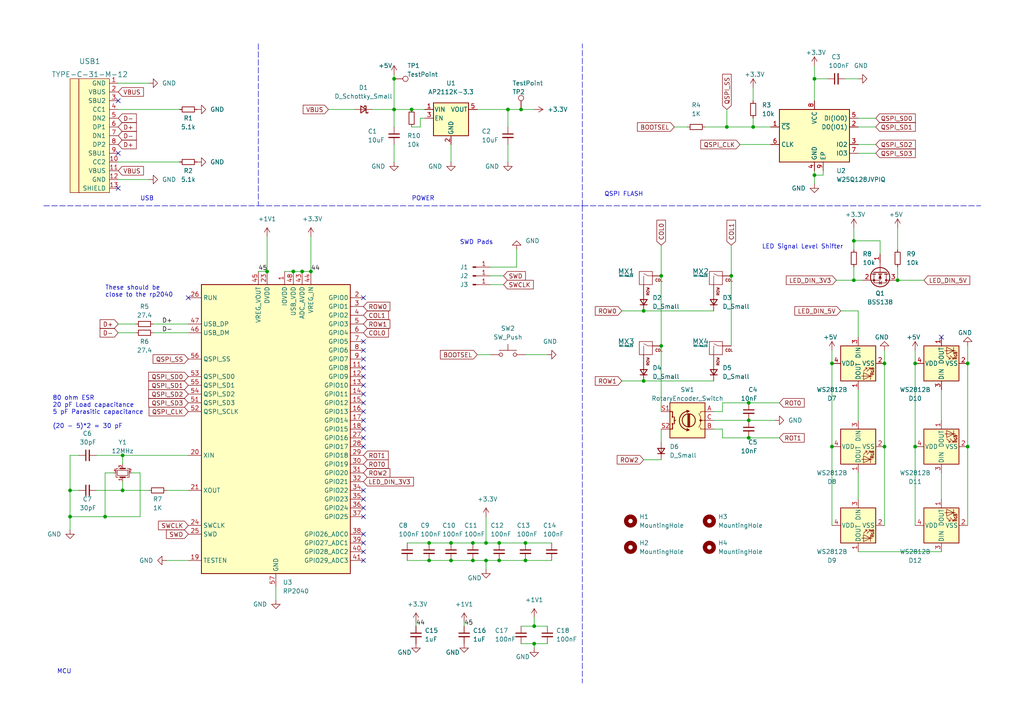
<source format=kicad_sch>
(kicad_sch (version 20211123) (generator eeschema)
  (paper "A4")
  (lib_symbols
    (symbol "Connector:Conn_01x01_Male" (pin_names (offset 1.016) hide)
      (property "Reference" "J" (at 0 2.54 0))
      (property "Value" "Conn_01x01_Male" (at 0 -2.54 0))
      (symbol "Conn_01x01_Male_1_1"
        (pin passive line (at 5.08 0 180) (length 3.81) (name "Pin_1") (number "1"))
      )
    )
    (symbol "Connector:TestPoint" (pin_numbers hide) (pin_names (offset 0.762) hide)
      (property "Reference" "TP" (at 0 6.858 0))
      (property "Value" "TestPoint" (at 0 5.08 0))
      (symbol "TestPoint_1_1"
        (pin passive line (at 0 0 90) (length 2.54) (name "1") (number "1"))
      )
    )
    (symbol "Device:C_Small" (pin_numbers hide) (pin_names (offset 0.254) hide)
      (property "Reference" "C" (at 0.254 1.778 0))
      (property "Value" "C_Small" (at 0.254 -2.032 0))
      (symbol "C_Small_1_1"
        (pin passive line (at 0 2.54 270) (length 2.032) (name "~") (number "1"))
        (pin passive line (at 0 -2.54 90) (length 2.032) (name "~") (number "2"))
      )
    )
    (symbol "Device:Crystal_GND24_Small" (pin_names (offset 1.016) hide)
      (property "Reference" "Y" (at 1.27 4.445 0))
      (property "Value" "Crystal_GND24_Small" (at 1.27 2.54 0))
      (symbol "Crystal_GND24_Small_1_1"
        (pin passive line (at -2.54 0 0) (length 1.27) (name "1") (number "1"))
        (pin passive line (at 0 -2.54 90) (length 0.635) (name "2") (number "2"))
        (pin passive line (at 2.54 0 180) (length 1.27) (name "3") (number "3"))
        (pin passive line (at 0 2.54 270) (length 0.635) (name "4") (number "4"))
      )
    )
    (symbol "Device:D_Schottky_Small" (pin_numbers hide) (pin_names (offset 0.254) hide)
      (property "Reference" "D" (at -1.27 2.032 0))
      (property "Value" "D_Schottky_Small" (at -7.112 -2.032 0))
      (symbol "D_Schottky_Small_1_1"
        (pin passive line (at -2.54 0 0) (length 1.778) (name "K") (number "1"))
        (pin passive line (at 2.54 0 180) (length 1.778) (name "A") (number "2"))
      )
    )
    (symbol "Device:D_Small" (pin_numbers hide) (pin_names (offset 0.254) hide)
      (property "Reference" "D" (at -1.27 2.032 0))
      (property "Value" "D_Small" (at -3.81 -2.032 0))
      (symbol "D_Small_1_1"
        (pin passive line (at -2.54 0 0) (length 1.778) (name "K") (number "1"))
        (pin passive line (at 2.54 0 180) (length 1.778) (name "A") (number "2"))
      )
    )
    (symbol "Device:R_Small" (pin_numbers hide) (pin_names (offset 0.254) hide)
      (property "Reference" "R" (at 0.762 0.508 0))
      (property "Value" "R_Small" (at 0.762 -1.016 0))
      (symbol "R_Small_1_1"
        (pin passive line (at 0 2.54 270) (length 0.762) (name "~") (number "1"))
        (pin passive line (at 0 -2.54 90) (length 0.762) (name "~") (number "2"))
      )
    )
    (symbol "Device:RotaryEncoder_Switch" (pin_names (offset 0.254) hide)
      (property "Reference" "SW" (at 0 6.604 0))
      (property "Value" "RotaryEncoder_Switch" (at 0 -6.604 0))
      (symbol "RotaryEncoder_Switch_1_1"
        (pin passive line (at -7.62 2.54 0) (length 2.54) (name "A") (number "A"))
        (pin passive line (at -7.62 -2.54 0) (length 2.54) (name "B") (number "B"))
        (pin passive line (at -7.62 0 0) (length 2.54) (name "C") (number "C"))
        (pin passive line (at 7.62 2.54 180) (length 2.54) (name "S1") (number "S1"))
        (pin passive line (at 7.62 -2.54 180) (length 2.54) (name "S2") (number "S2"))
      )
    )
    (symbol "GND_10" (power) (pin_names (offset 0))
      (property "Value" "GND_10" (at 0 -3.81 0))
      (symbol "GND_10_1_1"
        (pin power_in line (at 0 0 270) (length 0) hide (name "GND") (number "1"))
      )
    )
    (symbol "GND_3" (power) (pin_names (offset 0))
      (property "Value" "GND_3" (at 0 -3.81 0))
      (symbol "GND_3_1_1"
        (pin power_in line (at 0 0 270) (length 0) hide (name "GND") (number "1"))
      )
    )
    (symbol "GND_8" (power) (pin_names (offset 0))
      (property "Value" "GND_8" (at 0 -3.81 0))
      (symbol "GND_8_1_1"
        (pin power_in line (at 0 0 270) (length 0) hide (name "GND") (number "1"))
      )
    )
    (symbol "GND_9" (power) (pin_names (offset 0))
      (property "Value" "GND_9" (at 0 -3.81 0))
      (symbol "GND_9_1_1"
        (pin power_in line (at 0 0 270) (length 0) hide (name "GND") (number "1"))
      )
    )
    (symbol "LED:WS2812B_JLC" (pin_names (offset 0.254))
      (property "Reference" "D" (at 5.08 5.715 0))
      (property "Value" "WS2812B_JLC" (at 1.27 -5.715 0))
      (property "Footprint" "LED_SMD:LED_WS2812B_PLCC4_5.0x5.0mm_P3.2mm" (at 1.27 -7.62 0))
      (symbol "WS2812B_JLC_0_0"
        (text "RGB" (at 2.286 -4.191 0) (effects (font (size 0.762 0.762))))
      )
      (symbol "WS2812B_JLC_1_1"
        (pin output line (at 7.62 0 180) (length 2.54) (name "DOUT") (number "1"))
        (pin power_in line (at 0 -7.62 90) (length 2.54) (name "VSS") (number "2"))
        (pin input line (at -7.62 0 0) (length 2.54) (name "DIN") (number "3"))
        (pin power_in line (at 0 7.62 270) (length 2.54) (name "VDD") (number "4"))
      )
    )
    (symbol "MX_Alps_Hybrid:MX-NoLED" (pin_names (offset 1.016))
      (property "Reference" "MX" (at -0.635 3.81 0))
      (property "Value" "MX-NoLED" (at -0.635 1.27 0))
      (symbol "MX-NoLED_0_0"
        (text "COL" (at 3.175 0 0) (effects (font (size 0.762 0.762))))
        (text "ROW" (at 0 -1.905 900) (effects (font (size 0.762 0.762)) (justify right)))
      )
      (symbol "MX-NoLED_1_1"
        (pin passive line (at 3.81 1.27 180) (length 2.54) (name "COL") (number "1"))
        (pin passive line (at -1.27 -3.81 90) (length 2.54) (name "ROW") (number "2"))
      )
    )
    (symbol "Mechanical:MountingHole" (pin_names (offset 1.016))
      (property "Reference" "H" (at 0 5.08 0))
      (property "Value" "MountingHole" (at 0 3.175 0))
    )
    (symbol "Memory_Flash:W25Q32JVZP"
      (property "Reference" "U" (at -8.89 8.89 0))
      (property "Value" "W25Q32JVZP" (at 7.62 8.89 0))
      (symbol "W25Q32JVZP_1_1"
        (pin input line (at -12.7 2.54 0) (length 2.54) (name "~{CS}") (number "1"))
        (pin bidirectional line (at 12.7 2.54 180) (length 2.54) (name "DO(IO1)") (number "2"))
        (pin bidirectional line (at 12.7 -2.54 180) (length 2.54) (name "IO2") (number "3"))
        (pin power_in line (at 0 -10.16 90) (length 2.54) (name "GND") (number "4"))
        (pin bidirectional line (at 12.7 5.08 180) (length 2.54) (name "DI(IO0)") (number "5"))
        (pin input line (at -12.7 -2.54 0) (length 2.54) (name "CLK") (number "6"))
        (pin bidirectional line (at 12.7 -5.08 180) (length 2.54) (name "IO3") (number "7"))
        (pin power_in line (at 0 10.16 270) (length 2.54) (name "VCC") (number "8"))
        (pin passive line (at 2.54 -10.16 90) (length 2.54) (name "EP") (number "9"))
      )
    )
    (symbol "Regulator_Linear:AP2112K-3.3" (pin_names (offset 0.254))
      (property "Reference" "U" (at -5.08 5.715 0))
      (property "Value" "AP2112K-3.3" (at 0 5.715 0))
      (symbol "AP2112K-3.3_1_1"
        (pin power_in line (at -7.62 2.54 0) (length 2.54) (name "VIN") (number "1"))
        (pin power_in line (at 0 -7.62 90) (length 2.54) (name "GND") (number "2"))
        (pin input line (at -7.62 0 0) (length 2.54) (name "EN") (number "3"))
        (pin no_connect line (at 5.08 0 180) (length 2.54) hide (name "NC") (number "4"))
        (pin power_out line (at 7.62 2.54 180) (length 2.54) (name "VOUT") (number "5"))
      )
    )
    (symbol "Switch:SW_Push" (pin_numbers hide) (pin_names (offset 1.016) hide)
      (property "Reference" "SW" (at 1.27 2.54 0))
      (property "Value" "SW_Push" (at 0 -1.524 0))
      (symbol "SW_Push_0_1"
        (pin passive line (at -5.08 0 0) (length 2.54) (name "1") (number "1"))
        (pin passive line (at 5.08 0 180) (length 2.54) (name "2") (number "2"))
      )
    )
    (symbol "Transistor_FET:BSS138" (pin_names hide)
      (property "Reference" "Q" (at 5.08 1.905 0))
      (property "Value" "BSS138" (at 5.08 0 0))
      (symbol "BSS138_1_1"
        (pin input line (at -5.08 0 0) (length 2.54) (name "G") (number "1"))
        (pin passive line (at 2.54 -5.08 90) (length 2.54) (name "S") (number "2"))
        (pin passive line (at 2.54 5.08 270) (length 2.54) (name "D") (number "3"))
      )
    )
    (symbol "Type-C:HRO-TYPE-C-31-M-12" (pin_names (offset 1.016))
      (property "Reference" "USB" (at -5.08 16.51 0))
      (property "Value" "HRO-TYPE-C-31-M-12" (at -10.16 -1.27 90))
      (symbol "HRO-TYPE-C-31-M-12_1_1"
        (pin input line (at 2.54 13.97 180) (length 2.54) (name "GND") (number "1"))
        (pin input line (at 2.54 -8.89 180) (length 2.54) (name "CC2") (number "10"))
        (pin input line (at 2.54 -11.43 180) (length 2.54) (name "VBUS") (number "11"))
        (pin input line (at 2.54 -13.97 180) (length 2.54) (name "GND") (number "12"))
        (pin input line (at 2.54 -16.51 180) (length 2.54) (name "SHIELD") (number "13"))
        (pin input line (at 2.54 11.43 180) (length 2.54) (name "VBUS") (number "2"))
        (pin input line (at 2.54 8.89 180) (length 2.54) (name "SBU2") (number "3"))
        (pin input line (at 2.54 6.35 180) (length 2.54) (name "CC1") (number "4"))
        (pin input line (at 2.54 3.81 180) (length 2.54) (name "DN2") (number "5"))
        (pin input line (at 2.54 1.27 180) (length 2.54) (name "DP1") (number "6"))
        (pin input line (at 2.54 -1.27 180) (length 2.54) (name "DN1") (number "7"))
        (pin input line (at 2.54 -3.81 180) (length 2.54) (name "DP2") (number "8"))
        (pin input line (at 2.54 -6.35 180) (length 2.54) (name "SBU1") (number "9"))
      )
    )
    (symbol "power:+1V1" (power) (pin_names (offset 0))
      (property "Value" "+1V1" (at 0 3.556 0))
      (symbol "+1V1_1_1"
        (pin power_in line (at 0 0 90) (length 0) hide (name "+1V1") (number "1"))
      )
    )
    (symbol "power:+3.3V" (power) (pin_names (offset 0))
      (property "Value" "+3.3V" (at 0 3.556 0))
      (symbol "+3.3V_1_1"
        (pin power_in line (at 0 0 90) (length 0) hide (name "+3.3V") (number "1"))
      )
    )
    (symbol "power:+5V" (power) (pin_names (offset 0))
      (property "Value" "+5V" (at 0 3.556 0))
      (symbol "+5V_1_1"
        (pin power_in line (at 0 0 90) (length 0) hide (name "+5V") (number "1"))
      )
    )
    (symbol "power:GND" (power) (pin_names (offset 0))
      (property "Value" "GND" (at 0 -3.81 0))
      (symbol "GND_1_1"
        (pin power_in line (at 0 0 270) (length 0) hide (name "GND") (number "1"))
      )
    )
    (symbol "rp2040:RP2040"
      (property "Reference" "U" (at 17.78 45.72 0))
      (property "Value" "RP2040" (at 17.78 43.18 0))
      (symbol "RP2040_1_1"
        (pin power_in line (at 2.54 45.72 270) (length 3.81) (name "IOVDD") (number "1"))
        (pin passive line (at 2.54 45.72 270) (length 3.81) hide (name "IOVDD") (number "10"))
        (pin bidirectional line (at 25.4 17.78 180) (length 3.81) (name "GPIO8") (number "11"))
        (pin bidirectional line (at 25.4 15.24 180) (length 3.81) (name "GPIO9") (number "12"))
        (pin bidirectional line (at 25.4 12.7 180) (length 3.81) (name "GPIO10") (number "13"))
        (pin bidirectional line (at 25.4 10.16 180) (length 3.81) (name "GPIO11") (number "14"))
        (pin bidirectional line (at 25.4 7.62 180) (length 3.81) (name "GPIO12") (number "15"))
        (pin bidirectional line (at 25.4 5.08 180) (length 3.81) (name "GPIO13") (number "16"))
        (pin bidirectional line (at 25.4 2.54 180) (length 3.81) (name "GPIO14") (number "17"))
        (pin bidirectional line (at 25.4 0 180) (length 3.81) (name "GPIO15") (number "18"))
        (pin input line (at -25.4 -38.1 0) (length 3.81) (name "TESTEN") (number "19"))
        (pin bidirectional line (at 25.4 38.1 180) (length 3.81) (name "GPIO0") (number "2"))
        (pin input line (at -25.4 -7.62 0) (length 3.81) (name "XIN") (number "20"))
        (pin passive line (at -25.4 -17.78 0) (length 3.81) (name "XOUT") (number "21"))
        (pin passive line (at 2.54 45.72 270) (length 3.81) hide (name "IOVDD") (number "22"))
        (pin power_in line (at -2.54 45.72 270) (length 3.81) (name "DVDD") (number "23"))
        (pin output line (at -25.4 -27.94 0) (length 3.81) (name "SWCLK") (number "24"))
        (pin bidirectional line (at -25.4 -30.48 0) (length 3.81) (name "SWD") (number "25"))
        (pin input line (at -25.4 38.1 0) (length 3.81) (name "RUN") (number "26"))
        (pin bidirectional line (at 25.4 -2.54 180) (length 3.81) (name "GPIO16") (number "27"))
        (pin bidirectional line (at 25.4 -5.08 180) (length 3.81) (name "GPIO17") (number "28"))
        (pin bidirectional line (at 25.4 -7.62 180) (length 3.81) (name "GPIO18") (number "29"))
        (pin bidirectional line (at 25.4 35.56 180) (length 3.81) (name "GPIO1") (number "3"))
        (pin bidirectional line (at 25.4 -10.16 180) (length 3.81) (name "GPIO19") (number "30"))
        (pin bidirectional line (at 25.4 -12.7 180) (length 3.81) (name "GPIO20") (number "31"))
        (pin bidirectional line (at 25.4 -15.24 180) (length 3.81) (name "GPIO21") (number "32"))
        (pin passive line (at 2.54 45.72 270) (length 3.81) hide (name "IOVDD") (number "33"))
        (pin bidirectional line (at 25.4 -17.78 180) (length 3.81) (name "GPIO22") (number "34"))
        (pin bidirectional line (at 25.4 -20.32 180) (length 3.81) (name "GPIO23") (number "35"))
        (pin bidirectional line (at 25.4 -22.86 180) (length 3.81) (name "GPIO24") (number "36"))
        (pin bidirectional line (at 25.4 -25.4 180) (length 3.81) (name "GPIO25") (number "37"))
        (pin bidirectional line (at 25.4 -30.48 180) (length 3.81) (name "GPIO26_ADC0") (number "38"))
        (pin bidirectional line (at 25.4 -33.02 180) (length 3.81) (name "GPIO27_ADC1") (number "39"))
        (pin bidirectional line (at 25.4 33.02 180) (length 3.81) (name "GPIO2") (number "4"))
        (pin bidirectional line (at 25.4 -35.56 180) (length 3.81) (name "GPIO28_ADC2") (number "40"))
        (pin bidirectional line (at 25.4 -38.1 180) (length 3.81) (name "GPIO29_ADC3") (number "41"))
        (pin passive line (at 2.54 45.72 270) (length 3.81) hide (name "IOVDD") (number "42"))
        (pin power_in line (at 7.62 45.72 270) (length 3.81) (name "ADC_AVDD") (number "43"))
        (pin power_in line (at 10.16 45.72 270) (length 3.81) (name "VREG_IN") (number "44"))
        (pin power_out line (at -5.08 45.72 270) (length 3.81) (name "VREG_VOUT") (number "45"))
        (pin bidirectional line (at -25.4 27.94 0) (length 3.81) (name "USB_DM") (number "46"))
        (pin bidirectional line (at -25.4 30.48 0) (length 3.81) (name "USB_DP") (number "47"))
        (pin power_in line (at 5.08 45.72 270) (length 3.81) (name "USB_VDD") (number "48"))
        (pin passive line (at 2.54 45.72 270) (length 3.81) hide (name "IOVDD") (number "49"))
        (pin bidirectional line (at 25.4 30.48 180) (length 3.81) (name "GPIO3") (number "5"))
        (pin passive line (at -2.54 45.72 270) (length 3.81) hide (name "DVDD") (number "50"))
        (pin bidirectional line (at -25.4 7.62 0) (length 3.81) (name "QSPI_SD3") (number "51"))
        (pin output line (at -25.4 5.08 0) (length 3.81) (name "QSPI_SCLK") (number "52"))
        (pin bidirectional line (at -25.4 15.24 0) (length 3.81) (name "QSPI_SD0") (number "53"))
        (pin bidirectional line (at -25.4 10.16 0) (length 3.81) (name "QSPI_SD2") (number "54"))
        (pin bidirectional line (at -25.4 12.7 0) (length 3.81) (name "QSPI_SD1") (number "55"))
        (pin bidirectional line (at -25.4 20.32 0) (length 3.81) (name "QSPI_SS") (number "56"))
        (pin power_in line (at 0 -45.72 90) (length 3.81) (name "GND") (number "57"))
        (pin bidirectional line (at 25.4 27.94 180) (length 3.81) (name "GPIO4") (number "6"))
        (pin bidirectional line (at 25.4 25.4 180) (length 3.81) (name "GPIO5") (number "7"))
        (pin bidirectional line (at 25.4 22.86 180) (length 3.81) (name "GPIO6") (number "8"))
        (pin bidirectional line (at 25.4 20.32 180) (length 3.81) (name "GPIO7") (number "9"))
      )
    )
  )
  (junction (at 280.67 105.41))
  (junction (at 265.43 105.41))
  (junction (at 137.16 162.56))
  (junction (at 152.4 162.56))
  (junction (at 154.94 181.61))
  (junction (at 137.16 157.48))
  (junction (at 144.78 162.56))
  (junction (at 20.32 142.24))
  (junction (at 154.94 186.69))
  (junction (at 114.3 31.75))
  (junction (at 260.35 81.28))
  (junction (at 119.38 31.75))
  (junction (at 241.3 105.41))
  (junction (at 151.13 31.75))
  (junction (at 217.17 121.92))
  (junction (at 241.3 129.54))
  (junction (at 212.09 80.01))
  (junction (at 152.4 157.48))
  (junction (at 147.32 31.75))
  (junction (at 256.54 129.54))
  (junction (at 236.22 22.86))
  (junction (at 35.56 142.24))
  (junction (at 85.09 78.74))
  (junction (at 236.22 50.8))
  (junction (at 130.81 157.48))
  (junction (at 35.56 132.08))
  (junction (at 114.3 22.86))
  (junction (at 30.48 149.86))
  (junction (at 280.67 129.54))
  (junction (at 247.65 69.85))
  (junction (at 90.17 78.74))
  (junction (at 265.43 129.54))
  (junction (at 124.46 162.56))
  (junction (at 191.77 100.33))
  (junction (at 186.69 90.17))
  (junction (at 217.17 127))
  (junction (at 186.69 110.49))
  (junction (at 140.97 157.48))
  (junction (at 247.65 81.28))
  (junction (at 20.32 149.86))
  (junction (at 191.77 80.01))
  (junction (at 217.17 116.84))
  (junction (at 124.46 157.48))
  (junction (at 210.82 36.83))
  (junction (at 140.97 162.56))
  (junction (at 130.81 162.56))
  (junction (at 87.63 78.74))
  (junction (at 218.44 36.83))
  (junction (at 256.54 105.41))
  (junction (at 77.47 78.74))
  (junction (at 144.78 157.48))
  (no_connect (at 273.05 97.79))
  (no_connect (at 34.29 44.45))
  (no_connect (at 105.41 124.46))
  (no_connect (at 105.41 127))
  (no_connect (at 105.41 129.54))
  (no_connect (at 105.41 147.32))
  (no_connect (at 105.41 149.86))
  (no_connect (at 105.41 154.94))
  (no_connect (at 105.41 157.48))
  (no_connect (at 105.41 160.02))
  (no_connect (at 105.41 162.56))
  (no_connect (at 105.41 106.68))
  (no_connect (at 105.41 109.22))
  (no_connect (at 105.41 111.76))
  (no_connect (at 105.41 104.14))
  (no_connect (at 105.41 114.3))
  (no_connect (at 105.41 116.84))
  (no_connect (at 105.41 119.38))
  (no_connect (at 105.41 121.92))
  (no_connect (at 105.41 144.78))
  (no_connect (at 105.41 142.24))
  (no_connect (at 34.29 54.61))
  (no_connect (at 105.41 86.36))
  (no_connect (at 105.41 101.6))
  (no_connect (at 105.41 99.06))
  (no_connect (at 54.61 86.36))
  (no_connect (at 34.29 29.21))
  (wire (pts (xy 250.19 81.28) (xy 247.65 81.28)))
  (wire (pts (xy 48.26 162.56) (xy 54.61 162.56)))
  (wire (pts (xy 140.97 165.1) (xy 140.97 162.56)))
  (wire (pts (xy 217.17 121.92) (xy 207.01 121.92)))
  (wire (pts (xy 151.13 186.69) (xy 154.94 186.69)))
  (wire (pts (xy 209.55 116.84) (xy 217.17 116.84)))
  (wire (pts (xy 236.22 49.53) (xy 236.22 50.8)))
  (wire (pts (xy 248.92 36.83) (xy 254 36.83)))
  (wire (pts (xy 74.93 78.74) (xy 77.47 78.74)))
  (wire (pts (xy 280.67 105.41) (xy 280.67 129.54)))
  (wire (pts (xy 265.43 101.6) (xy 265.43 105.41)))
  (wire (pts (xy 256.54 129.54) (xy 256.54 152.4)))
  (wire (pts (xy 147.32 31.75) (xy 151.13 31.75)))
  (wire (pts (xy 20.32 132.08) (xy 20.32 142.24)))
  (wire (pts (xy 218.44 36.83) (xy 218.44 34.29)))
  (wire (pts (xy 191.77 80.01) (xy 191.77 100.33)))
  (wire (pts (xy 134.62 181.61) (xy 134.62 180.34)))
  (wire (pts (xy 248.92 160.02) (xy 273.05 160.02)))
  (wire (pts (xy 209.55 119.38) (xy 207.01 119.38)))
  (wire (pts (xy 142.24 80.01) (xy 146.05 80.01)))
  (wire (pts (xy 82.55 78.74) (xy 85.09 78.74)))
  (wire (pts (xy 256.54 105.41) (xy 256.54 129.54)))
  (wire (pts (xy 236.22 22.86) (xy 240.03 22.86)))
  (wire (pts (xy 265.43 129.54) (xy 265.43 152.4)))
  (wire (pts (xy 124.46 157.48) (xy 130.81 157.48)))
  (wire (pts (xy 273.05 113.03) (xy 273.05 121.92)))
  (wire (pts (xy 144.78 157.48) (xy 152.4 157.48)))
  (wire (pts (xy 243.84 90.17) (xy 248.92 90.17)))
  (wire (pts (xy 245.11 22.86) (xy 248.92 22.86)))
  (wire (pts (xy 224.79 121.92) (xy 217.17 121.92)))
  (wire (pts (xy 248.92 113.03) (xy 248.92 121.92)))
  (wire (pts (xy 35.56 142.24) (xy 27.94 142.24)))
  (wire (pts (xy 260.35 66.04) (xy 260.35 72.39)))
  (wire (pts (xy 280.67 129.54) (xy 280.67 152.4)))
  (wire (pts (xy 35.56 142.24) (xy 43.18 142.24)))
  (wire (pts (xy 154.94 179.07) (xy 154.94 181.61)))
  (wire (pts (xy 114.3 31.75) (xy 119.38 31.75)))
  (wire (pts (xy 154.94 181.61) (xy 158.75 181.61)))
  (wire (pts (xy 114.3 41.91) (xy 114.3 46.99)))
  (wire (pts (xy 247.65 69.85) (xy 247.65 72.39)))
  (wire (pts (xy 180.34 110.49) (xy 186.69 110.49)))
  (wire (pts (xy 34.29 52.07) (xy 43.18 52.07)))
  (wire (pts (xy 226.06 127) (xy 217.17 127)))
  (wire (pts (xy 85.09 78.74) (xy 87.63 78.74)))
  (wire (pts (xy 260.35 77.47) (xy 260.35 81.28)))
  (wire (pts (xy 119.38 31.75) (xy 123.19 31.75)))
  (wire (pts (xy 154.94 186.69) (xy 154.94 187.96)))
  (wire (pts (xy 152.4 157.48) (xy 160.02 157.48)))
  (wire (pts (xy 40.64 137.16) (xy 40.64 149.86)))
  (wire (pts (xy 212.09 80.01) (xy 212.09 100.33)))
  (wire (pts (xy 34.29 24.13) (xy 43.18 24.13)))
  (wire (pts (xy 260.35 81.28) (xy 267.97 81.28)))
  (wire (pts (xy 35.56 132.08) (xy 54.61 132.08)))
  (wire (pts (xy 137.16 162.56) (xy 140.97 162.56)))
  (polyline (pts (xy 74.93 12.7) (xy 74.93 59.69)))
  (wire (pts (xy 248.92 44.45) (xy 254 44.45)))
  (wire (pts (xy 149.86 77.47) (xy 149.86 72.39)))
  (wire (pts (xy 107.95 31.75) (xy 114.3 31.75)))
  (wire (pts (xy 247.65 69.85) (xy 255.27 69.85)))
  (wire (pts (xy 20.32 142.24) (xy 22.86 142.24)))
  (wire (pts (xy 241.3 101.6) (xy 241.3 105.41)))
  (wire (pts (xy 48.26 142.24) (xy 54.61 142.24)))
  (wire (pts (xy 214.63 41.91) (xy 223.52 41.91)))
  (wire (pts (xy 265.43 105.41) (xy 265.43 129.54)))
  (wire (pts (xy 119.38 36.83) (xy 121.92 36.83)))
  (wire (pts (xy 236.22 19.05) (xy 236.22 22.86)))
  (wire (pts (xy 40.64 149.86) (xy 30.48 149.86)))
  (wire (pts (xy 151.13 181.61) (xy 154.94 181.61)))
  (polyline (pts (xy 12.7 59.69) (xy 74.93 59.69)))
  (wire (pts (xy 207.01 124.46) (xy 209.55 124.46)))
  (wire (pts (xy 34.29 46.99) (xy 52.07 46.99)))
  (wire (pts (xy 204.47 36.83) (xy 210.82 36.83)))
  (wire (pts (xy 210.82 31.75) (xy 210.82 36.83)))
  (wire (pts (xy 124.46 162.56) (xy 130.81 162.56)))
  (wire (pts (xy 44.45 96.52) (xy 54.61 96.52)))
  (polyline (pts (xy 168.91 59.69) (xy 284.48 59.69)))
  (wire (pts (xy 241.3 129.54) (xy 241.3 152.4)))
  (wire (pts (xy 236.22 22.86) (xy 236.22 29.21)))
  (wire (pts (xy 273.05 137.16) (xy 273.05 144.78)))
  (wire (pts (xy 247.65 77.47) (xy 247.65 81.28)))
  (wire (pts (xy 142.24 82.55) (xy 146.05 82.55)))
  (wire (pts (xy 114.3 22.86) (xy 114.3 31.75)))
  (wire (pts (xy 123.19 34.29) (xy 121.92 34.29)))
  (wire (pts (xy 118.11 157.48) (xy 124.46 157.48)))
  (wire (pts (xy 20.32 142.24) (xy 20.32 149.86)))
  (wire (pts (xy 248.92 34.29) (xy 254 34.29)))
  (wire (pts (xy 209.55 124.46) (xy 209.55 127)))
  (wire (pts (xy 95.25 31.75) (xy 102.87 31.75)))
  (wire (pts (xy 180.34 90.17) (xy 186.69 90.17)))
  (wire (pts (xy 140.97 149.86) (xy 140.97 157.48)))
  (wire (pts (xy 152.4 162.56) (xy 160.02 162.56)))
  (wire (pts (xy 87.63 78.74) (xy 90.17 78.74)))
  (wire (pts (xy 77.47 68.58) (xy 77.47 78.74)))
  (wire (pts (xy 144.78 162.56) (xy 152.4 162.56)))
  (wire (pts (xy 34.29 93.98) (xy 39.37 93.98)))
  (wire (pts (xy 152.4 102.87) (xy 158.75 102.87)))
  (wire (pts (xy 20.32 149.86) (xy 30.48 149.86)))
  (wire (pts (xy 191.77 71.12) (xy 191.77 80.01)))
  (wire (pts (xy 186.69 90.17) (xy 207.01 90.17)))
  (wire (pts (xy 35.56 139.7) (xy 35.56 142.24)))
  (wire (pts (xy 256.54 101.6) (xy 256.54 105.41)))
  (polyline (pts (xy 74.93 59.69) (xy 168.91 59.69)))
  (wire (pts (xy 223.52 36.83) (xy 218.44 36.83)))
  (wire (pts (xy 236.22 50.8) (xy 236.22 53.34)))
  (wire (pts (xy 138.43 31.75) (xy 147.32 31.75)))
  (wire (pts (xy 137.16 157.48) (xy 140.97 157.48)))
  (wire (pts (xy 242.57 81.28) (xy 247.65 81.28)))
  (wire (pts (xy 255.27 69.85) (xy 255.27 73.66)))
  (wire (pts (xy 80.01 170.18) (xy 80.01 173.99)))
  (wire (pts (xy 142.24 77.47) (xy 149.86 77.47)))
  (wire (pts (xy 248.92 90.17) (xy 248.92 97.79)))
  (wire (pts (xy 114.3 31.75) (xy 114.3 36.83)))
  (wire (pts (xy 212.09 71.12) (xy 212.09 80.01)))
  (wire (pts (xy 140.97 162.56) (xy 144.78 162.56)))
  (wire (pts (xy 130.81 41.91) (xy 130.81 46.99)))
  (wire (pts (xy 120.65 180.34) (xy 120.65 181.61)))
  (wire (pts (xy 44.45 93.98) (xy 54.61 93.98)))
  (wire (pts (xy 114.3 21.59) (xy 114.3 22.86)))
  (wire (pts (xy 140.97 157.48) (xy 144.78 157.48)))
  (polyline (pts (xy 168.91 59.69) (xy 168.91 198.12)))
  (wire (pts (xy 209.55 119.38) (xy 209.55 116.84)))
  (wire (pts (xy 35.56 132.08) (xy 27.94 132.08)))
  (wire (pts (xy 90.17 68.58) (xy 90.17 78.74)))
  (wire (pts (xy 130.81 157.48) (xy 137.16 157.48)))
  (wire (pts (xy 34.29 96.52) (xy 39.37 96.52)))
  (wire (pts (xy 238.76 50.8) (xy 236.22 50.8)))
  (wire (pts (xy 248.92 41.91) (xy 254 41.91)))
  (wire (pts (xy 30.48 137.16) (xy 30.48 149.86)))
  (wire (pts (xy 191.77 100.33) (xy 191.77 119.38)))
  (wire (pts (xy 210.82 36.83) (xy 218.44 36.83)))
  (wire (pts (xy 38.1 137.16) (xy 40.64 137.16)))
  (wire (pts (xy 22.86 132.08) (xy 20.32 132.08)))
  (wire (pts (xy 130.81 162.56) (xy 137.16 162.56)))
  (wire (pts (xy 118.11 162.56) (xy 124.46 162.56)))
  (polyline (pts (xy 168.91 59.69) (xy 168.91 12.7)))
  (wire (pts (xy 247.65 66.04) (xy 247.65 69.85)))
  (wire (pts (xy 238.76 49.53) (xy 238.76 50.8)))
  (wire (pts (xy 209.55 127) (xy 217.17 127)))
  (wire (pts (xy 30.48 137.16) (xy 33.02 137.16)))
  (wire (pts (xy 35.56 134.62) (xy 35.56 132.08)))
  (wire (pts (xy 147.32 41.91) (xy 147.32 46.99)))
  (wire (pts (xy 154.94 186.69) (xy 158.75 186.69)))
  (wire (pts (xy 248.92 137.16) (xy 248.92 144.78)))
  (wire (pts (xy 121.92 34.29) (xy 121.92 36.83)))
  (wire (pts (xy 20.32 149.86) (xy 20.32 153.67)))
  (wire (pts (xy 191.77 124.46) (xy 191.77 128.27)))
  (wire (pts (xy 186.69 110.49) (xy 207.01 110.49)))
  (wire (pts (xy 147.32 31.75) (xy 147.32 36.83)))
  (wire (pts (xy 195.58 36.83) (xy 199.39 36.83)))
  (wire (pts (xy 280.67 100.33) (xy 280.67 105.41)))
  (wire (pts (xy 186.69 133.35) (xy 191.77 133.35)))
  (wire (pts (xy 241.3 105.41) (xy 241.3 129.54)))
  (wire (pts (xy 226.06 116.84) (xy 217.17 116.84)))
  (wire (pts (xy 34.29 31.75) (xy 52.07 31.75)))
  (wire (pts (xy 218.44 25.4) (xy 218.44 29.21)))
  (wire (pts (xy 151.13 31.75) (xy 154.94 31.75)))
  (wire (pts (xy 138.43 102.87) (xy 142.24 102.87)))
  (text "These should be \nclose to the rp2040" (at 30.48 86.36 0) (effects (font (size 1.27 1.27)) (justify left bottom)))
  (text "LED Signal Level Shifter" (at 220.98 72.39 0) (effects (font (size 1.27 1.27)) (justify left bottom)))
  (text "SWD Pads" (at 133.35 71.12 0) (effects (font (size 1.27 1.27)) (justify left bottom)))
  (text "80 ohm ESR\n20 pF Load capacitance\n5 pF Parasitic capacitance\n\n(20 - 5)*2 = 30 pF" (at 15.24 124.46 0) (effects (font (size 1.27 1.27)) (justify left bottom)))
  (text "POWER" (at 119.38 58.42 0) (effects (font (size 1.27 1.27)) (justify left bottom)))
  (text "QSPI FLASH" (at 175.26 57.15 0) (effects (font (size 1.27 1.27)) (justify left bottom)))
  (text "USB" (at 40.64 58.42 0) (effects (font (size 1.27 1.27)) (justify left bottom)))
  (text "MCU" (at 16.51 195.58 0) (effects (font (size 1.27 1.27)) (justify left bottom)))
  (label "44" (at 90.17 78.74 0))
  (label "45" (at 134.62 181.61 0))
  (label "D-" (at 46.99 96.52 0))
  (label "44" (at 120.65 181.61 0))
  (label "D+" (at 46.99 93.98 0))
  (label "45" (at 74.93 78.74 0))
  (global_label "D-" (shape input) (at 34.29 39.37 0) (property "Intersheet References" "${INTERSHEET_REFS}" (effects hide)))
  (global_label "QSPI_CLK" (shape input) (at 54.61 119.38 180) (property "Intersheet References" "${INTERSHEET_REFS}" (effects hide)))
  (global_label "SWD" (shape input) (at 146.05 80.01 0) (property "Intersheet References" "${INTERSHEET_REFS}" (effects hide)))
  (global_label "ROT0" (shape input) (at 226.06 116.84 0) (property "Intersheet References" "${INTERSHEET_REFS}" (effects hide)))
  (global_label "QSPI_SD1" (shape input) (at 254 36.83 0) (property "Intersheet References" "${INTERSHEET_REFS}" (effects hide)))
  (global_label "COL1" (shape input) (at 212.09 71.12 90) (property "Intersheet References" "${INTERSHEET_REFS}" (effects hide)))
  (global_label "ROT1" (shape input) (at 105.41 132.08 0) (property "Intersheet References" "${INTERSHEET_REFS}" (effects hide)))
  (global_label "ROW1" (shape input) (at 105.41 93.98 0) (property "Intersheet References" "${INTERSHEET_REFS}" (effects hide)))
  (global_label "QSPI_SD2" (shape input) (at 254 41.91 0) (property "Intersheet References" "${INTERSHEET_REFS}" (effects hide)))
  (global_label "ROW1" (shape input) (at 180.34 110.49 180) (property "Intersheet References" "${INTERSHEET_REFS}" (effects hide)))
  (global_label "LED_DIN_3V3" (shape input) (at 242.57 81.28 180) (property "Intersheet References" "${INTERSHEET_REFS}" (effects hide)))
  (global_label "QSPI_SD1" (shape input) (at 54.61 111.76 180) (property "Intersheet References" "${INTERSHEET_REFS}" (effects hide)))
  (global_label "SWCLK" (shape input) (at 54.61 152.4 180) (property "Intersheet References" "${INTERSHEET_REFS}" (effects hide)))
  (global_label "ROW2" (shape input) (at 186.69 133.35 180) (property "Intersheet References" "${INTERSHEET_REFS}" (effects hide)))
  (global_label "COL1" (shape input) (at 105.41 91.44 0) (property "Intersheet References" "${INTERSHEET_REFS}" (effects hide)))
  (global_label "ROW0" (shape input) (at 180.34 90.17 180) (property "Intersheet References" "${INTERSHEET_REFS}" (effects hide)))
  (global_label "ROW0" (shape input) (at 105.41 88.9 0) (property "Intersheet References" "${INTERSHEET_REFS}" (effects hide)))
  (global_label "ROW2" (shape input) (at 105.41 137.16 0) (property "Intersheet References" "${INTERSHEET_REFS}" (effects hide)))
  (global_label "COL0" (shape input) (at 105.41 96.52 0) (property "Intersheet References" "${INTERSHEET_REFS}" (effects hide)))
  (global_label "SWCLK" (shape input) (at 146.05 82.55 0) (property "Intersheet References" "${INTERSHEET_REFS}" (effects hide)))
  (global_label "SWD" (shape input) (at 54.61 154.94 180) (property "Intersheet References" "${INTERSHEET_REFS}" (effects hide)))
  (global_label "QSPI_SD0" (shape input) (at 54.61 109.22 180) (property "Intersheet References" "${INTERSHEET_REFS}" (effects hide)))
  (global_label "VBUS" (shape input) (at 34.29 26.67 0) (property "Intersheet References" "${INTERSHEET_REFS}" (effects hide)))
  (global_label "ROT0" (shape input) (at 105.41 134.62 0) (property "Intersheet References" "${INTERSHEET_REFS}" (effects hide)))
  (global_label "QSPI_SS" (shape input) (at 210.82 31.75 90) (property "Intersheet References" "${INTERSHEET_REFS}" (effects hide)))
  (global_label "D-" (shape input) (at 34.29 34.29 0) (property "Intersheet References" "${INTERSHEET_REFS}" (effects hide)))
  (global_label "QSPI_CLK" (shape input) (at 214.63 41.91 180) (property "Intersheet References" "${INTERSHEET_REFS}" (effects hide)))
  (global_label "QSPI_SS" (shape input) (at 54.61 104.14 180) (property "Intersheet References" "${INTERSHEET_REFS}" (effects hide)))
  (global_label "LED_DIN_3V3" (shape input) (at 105.41 139.7 0) (property "Intersheet References" "${INTERSHEET_REFS}" (effects hide)))
  (global_label "ROT1" (shape input) (at 226.06 127 0) (property "Intersheet References" "${INTERSHEET_REFS}" (effects hide)))
  (global_label "D-" (shape input) (at 34.29 96.52 180) (property "Intersheet References" "${INTERSHEET_REFS}" (effects hide)))
  (global_label "VBUS" (shape input) (at 95.25 31.75 180) (property "Intersheet References" "${INTERSHEET_REFS}" (effects hide)))
  (global_label "LED_DIN_5V" (shape input) (at 243.84 90.17 180) (property "Intersheet References" "${INTERSHEET_REFS}" (effects hide)))
  (global_label "LED_DIN_5V" (shape input) (at 267.97 81.28 0) (property "Intersheet References" "${INTERSHEET_REFS}" (effects hide)))
  (global_label "BOOTSEL" (shape input) (at 195.58 36.83 180) (property "Intersheet References" "${INTERSHEET_REFS}" (effects hide)))
  (global_label "VBUS" (shape input) (at 34.29 49.53 0) (property "Intersheet References" "${INTERSHEET_REFS}" (effects hide)))
  (global_label "D+" (shape input) (at 34.29 41.91 0) (property "Intersheet References" "${INTERSHEET_REFS}" (effects hide)))
  (global_label "D+" (shape input) (at 34.29 36.83 0) (property "Intersheet References" "${INTERSHEET_REFS}" (effects hide)))
  (global_label "QSPI_SD0" (shape input) (at 254 34.29 0) (property "Intersheet References" "${INTERSHEET_REFS}" (effects hide)))
  (global_label "QSPI_SD3" (shape input) (at 254 44.45 0) (property "Intersheet References" "${INTERSHEET_REFS}" (effects hide)))
  (global_label "QSPI_SD2" (shape input) (at 54.61 114.3 180) (property "Intersheet References" "${INTERSHEET_REFS}" (effects hide)))
  (global_label "COL0" (shape input) (at 191.77 71.12 90) (property "Intersheet References" "${INTERSHEET_REFS}" (effects hide)))
  (global_label "D+" (shape input) (at 34.29 93.98 180) (property "Intersheet References" "${INTERSHEET_REFS}" (effects hide)))
  (global_label "BOOTSEL" (shape input) (at 138.43 102.87 180) (property "Intersheet References" "${INTERSHEET_REFS}" (effects hide)))
  (global_label "QSPI_SD3" (shape input) (at 54.61 116.84 180) (property "Intersheet References" "${INTERSHEET_REFS}" (effects hide)))
  (symbol (lib_id "LED:WS2812B_JLC") (at 248.92 105.41 90) (mirror x) (unit 1)
    (property "Reference" "D7" (at 241.3 115.57 90))
    (property "Value" "WS2812B" (at 241.3 113.03 90))
    (property "Footprint" "LED_SMD:LED_WS2812B-2020_PLCC4_2.0x2.0mm" (effects hide))
    (property "Datasheet" "https://cdn-shop.adafruit.com/datasheets/WS2812B.pdf" (effects hide))
  )
  (symbol (lib_id "Mechanical:MountingHole") (at 182.88 158.75 0) (unit 1) (in_bom no)
    (property "Reference" "H2" (at 185.42 157.4799 0) (effects (justify left)))
    (property "Value" "MountingHole" (at 185.42 160.0199 0) (effects (justify left)))
    (property "Footprint" "MountingHole:MountingHole_2.2mm_M2" (effects hide))
  )
  (symbol (lib_name "GND_9") (lib_id "power:GND") (at 80.01 173.99 0) (unit 1)
    (property "Reference" "#PWR028" (effects hide))
    (property "Value" "GND" (at 77.47 175.26 0) (effects (justify right)))
  )
  (symbol (lib_id "Device:C_Small") (at 118.11 160.02 0) (unit 1)
    (property "Reference" "C8" (at 115.57 152.4 0) (effects (justify left)))
    (property "Value" "100nF" (at 115.57 154.94 0) (effects (justify left)))
    (property "Footprint" "Capacitor_SMD:C_0402_1005Metric" (effects hide))
  )
  (symbol (lib_name "GND_9") (lib_id "power:GND") (at 57.15 31.75 90) (unit 1)
    (property "Reference" "#PWR03" (effects hide))
    (property "Value" "GND" (at 60.96 31.7499 90) (effects (justify right)))
  )
  (symbol (lib_id "Device:D_Small") (at 186.69 87.63 90) (unit 1)
    (property "Reference" "D2" (at 189.23 86.3599 90) (effects (justify right)))
    (property "Value" "D_Small" (at 189.23 88.8999 90) (effects (justify right)))
    (property "Footprint" "Diode_SMD:D_SOD-323" (effects hide))
  )
  (symbol (lib_name "GND_9") (lib_id "power:GND") (at 140.97 165.1 0) (unit 1)
    (property "Reference" "#PWR020" (effects hide))
    (property "Value" "GND" (at 139.7 167.64 0) (effects (justify right)))
  )
  (symbol (lib_id "MX_Alps_Hybrid:MX-NoLED") (at 187.96 101.6 0) (unit 1) (in_bom no)
    (property "Reference" "MX3" (at 181.61 99.06 0) (effects (font (size 1.524 1.524))))
    (property "Value" "MX-NoLED" (at 181.61 100.33 0) (effects (font (size 0.508 0.508))))
    (property "Footprint" "MX_Alps_Hybrid:MX-1U-NoLED" (effects hide))
  )
  (symbol (lib_id "power:+3.3V") (at 218.44 25.4 0) (unit 1)
    (property "Reference" "#PWR011" (effects hide))
    (property "Value" "+3.3V" (at 215.9 21.59 0) (effects (justify left)))
  )
  (symbol (lib_name "GND_9") (lib_id "power:GND") (at 154.94 187.96 0) (unit 1)
    (property "Reference" "#PWR027" (effects hide))
    (property "Value" "GND" (at 153.67 190.5 0) (effects (justify right)))
  )
  (symbol (lib_name "GND_9") (lib_id "power:GND") (at 248.92 22.86 90) (unit 1)
    (property "Reference" "#PWR010" (effects hide))
    (property "Value" "GND" (at 247.65 19.05 90) (effects (justify right)))
  )
  (symbol (lib_id "power:GND") (at 57.15 46.99 90) (unit 1)
    (property "Reference" "#PWR07" (effects hide))
    (property "Value" "GND" (at 60.96 46.9899 90) (effects (justify right)))
  )
  (symbol (lib_id "Device:D_Schottky_Small") (at 105.41 31.75 180) (unit 1)
    (property "Reference" "D1" (at 105.41 25.4 0))
    (property "Value" "D_Schottky_Small" (at 105.41 27.94 0))
    (property "Footprint" "Diode_SMD:D_SOD-323" (effects hide))
  )
  (symbol (lib_id "LED:WS2812B_JLC") (at 273.05 152.4 90) (unit 1)
    (property "Reference" "D12" (at 265.43 162.56 90))
    (property "Value" "WS2812B" (at 265.43 160.02 90))
    (property "Footprint" "LED_SMD:LED_WS2812B-2020_PLCC4_2.0x2.0mm" (effects hide))
    (property "Datasheet" "https://cdn-shop.adafruit.com/datasheets/WS2812B.pdf" (effects hide))
  )
  (symbol (lib_id "Mechanical:MountingHole") (at 182.88 151.13 0) (unit 1) (in_bom no)
    (property "Reference" "H1" (at 185.42 149.8599 0) (effects (justify left)))
    (property "Value" "MountingHole" (at 185.42 152.3999 0) (effects (justify left)))
    (property "Footprint" "MountingHole:MountingHole_2.2mm_M2" (effects hide))
  )
  (symbol (lib_id "Device:R_Small") (at 54.61 31.75 90) (unit 1)
    (property "Reference" "R1" (at 54.61 34.29 90))
    (property "Value" "5.1k" (at 54.61 36.83 90))
    (property "Footprint" "Resistor_SMD:R_0402_1005Metric" (effects hide))
  )
  (symbol (lib_name "GND_9") (lib_id "power:GND") (at 149.86 72.39 180) (unit 1)
    (property "Reference" "#PWR016" (effects hide))
    (property "Value" "GND" (at 152.4 69.85 0) (effects (justify right)))
  )
  (symbol (lib_id "power:+5V") (at 265.43 101.6 0) (mirror y) (unit 1)
    (property "Reference" "#PWR0106" (effects hide))
    (property "Value" "+5V" (at 262.89 97.79 0) (effects (justify right)))
  )
  (symbol (lib_name "GND_3") (lib_id "power:GND") (at 224.79 121.92 90) (mirror x) (unit 1)
    (property "Reference" "#PWR012" (effects hide))
    (property "Value" "GND" (at 228.6 121.9199 90) (effects (justify right)))
  )
  (symbol (lib_id "power:+3.3V") (at 90.17 68.58 0) (unit 1)
    (property "Reference" "#PWR014" (effects hide))
    (property "Value" "+3.3V" (at 87.63 63.5 0) (effects (justify left)))
  )
  (symbol (lib_id "power:+5V") (at 241.3 101.6 0) (mirror y) (unit 1)
    (property "Reference" "#PWR0102" (effects hide))
    (property "Value" "+5V" (at 238.76 97.79 0) (effects (justify right)))
  )
  (symbol (lib_id "Device:C_Small") (at 120.65 184.15 0) (unit 1)
    (property "Reference" "C15" (at 123.19 182.88 0) (effects (justify left)))
    (property "Value" "1uF" (at 123.19 185.42 0) (effects (justify left)))
    (property "Footprint" "Capacitor_SMD:C_0402_1005Metric" (effects hide))
  )
  (symbol (lib_id "Device:D_Small") (at 207.01 107.95 90) (unit 1)
    (property "Reference" "D5" (at 209.55 106.6799 90) (effects (justify right)))
    (property "Value" "D_Small" (at 209.55 109.2199 90) (effects (justify right)))
    (property "Footprint" "Diode_SMD:D_SOD-323" (effects hide))
  )
  (symbol (lib_id "power:+3.3V") (at 140.97 149.86 0) (unit 1)
    (property "Reference" "#PWR018" (effects hide))
    (property "Value" "+3.3V" (at 138.43 144.78 0) (effects (justify left)))
  )
  (symbol (lib_id "Connector:TestPoint") (at 151.13 31.75 0) (unit 1) (in_bom no)
    (property "Reference" "TP2" (at 148.59 26.67 0) (effects (justify left)))
    (property "Value" "TestPoint" (at 148.59 24.13 0) (effects (justify left)))
    (property "Footprint" "TestPoint:TestPoint_Pad_D1.0mm" (effects hide))
  )
  (symbol (lib_id "LED:WS2812B_JLC") (at 248.92 152.4 90) (mirror x) (unit 1)
    (property "Reference" "D9" (at 241.3 162.56 90))
    (property "Value" "WS2812B" (at 241.3 160.02 90))
    (property "Footprint" "LED_SMD:LED_WS2812B-2020_PLCC4_2.0x2.0mm" (effects hide))
    (property "Datasheet" "https://cdn-shop.adafruit.com/datasheets/WS2812B.pdf" (effects hide))
  )
  (symbol (lib_id "power:+3.3V") (at 154.94 31.75 270) (unit 1)
    (property "Reference" "#PWR02" (effects hide))
    (property "Value" "+3.3V" (at 158.75 31.7499 90) (effects (justify left)))
  )
  (symbol (lib_id "Connector:Conn_01x01_Male") (at 137.16 80.01 0) (unit 1) (in_bom no)
    (property "Reference" "J2" (at 134.62 80.01 0))
    (property "Value" "Conn_01x01_Male" (effects hide))
    (property "Footprint" "TestPoint:TestPoint_Pad_2.0x2.0mm" (effects hide))
  )
  (symbol (lib_id "Mechanical:MountingHole") (at 205.74 158.75 0) (unit 1) (in_bom no)
    (property "Reference" "H4" (at 208.28 157.4799 0) (effects (justify left)))
    (property "Value" "MountingHole" (at 208.28 160.0199 0) (effects (justify left)))
    (property "Footprint" "MountingHole:MountingHole_2.2mm_M2" (effects hide))
  )
  (symbol (lib_id "Device:R_Small") (at 260.35 74.93 0) (unit 1)
    (property "Reference" "R9" (at 262.89 73.6599 0) (effects (justify left)))
    (property "Value" "10k" (at 262.89 76.1999 0) (effects (justify left)))
    (property "Footprint" "Resistor_SMD:R_0402_1005Metric" (effects hide))
  )
  (symbol (lib_id "Device:R_Small") (at 41.91 93.98 90) (unit 1)
    (property "Reference" "R5" (at 41.91 88.9 90))
    (property "Value" "27.4" (at 41.91 91.44 90))
    (property "Footprint" "Resistor_SMD:R_0402_1005Metric" (effects hide))
  )
  (symbol (lib_id "Device:C_Small") (at 144.78 160.02 0) (unit 1)
    (property "Reference" "C12" (at 142.24 152.4 0) (effects (justify left)))
    (property "Value" "100nF" (at 142.24 154.94 0) (effects (justify left)))
    (property "Footprint" "Capacitor_SMD:C_0402_1005Metric" (effects hide))
  )
  (symbol (lib_id "Device:R_Small") (at 247.65 74.93 0) (unit 1)
    (property "Reference" "R8" (at 250.19 73.6599 0) (effects (justify left)))
    (property "Value" "10k" (at 250.19 76.1999 0) (effects (justify left)))
    (property "Footprint" "Resistor_SMD:R_0402_1005Metric" (effects hide))
  )
  (symbol (lib_id "Type-C:HRO-TYPE-C-31-M-12") (at 31.75 38.1 0) (unit 1)
    (property "Reference" "USB1" (at 26.035 17.78 0) (effects (font (size 1.524 1.524))))
    (property "Value" "TYPE-C-31-M-12" (at 26.035 21.59 0) (effects (font (size 1.524 1.524))))
    (property "Footprint" "TYPE-C-31-M-12:HRO_TYPE-C-31-M-12" (effects hide))
  )
  (symbol (lib_id "Mechanical:MountingHole") (at 205.74 151.13 0) (unit 1) (in_bom no)
    (property "Reference" "H3" (at 208.28 149.8599 0) (effects (justify left)))
    (property "Value" "MountingHole" (at 208.28 152.3999 0) (effects (justify left)))
    (property "Footprint" "MountingHole:MountingHole_2.2mm_M2" (effects hide))
  )
  (symbol (lib_id "rp2040:RP2040") (at 80.01 124.46 0) (unit 1)
    (property "Reference" "U3" (at 82.0294 168.91 0) (effects (justify left)))
    (property "Value" "RP2040" (at 82.0294 171.45 0) (effects (justify left)))
    (property "Footprint" "Package_DFN_QFN:QFN-56-1EP_7x7mm_P0.4mm_EP3.2x3.2mm" (effects hide))
    (property "Datasheet" "https://datasheets.raspberrypi.com/rp2040/rp2040-datasheet.pdf" (effects hide))
  )
  (symbol (lib_name "GND_10") (lib_id "power:GND") (at 43.18 52.07 90) (unit 1)
    (property "Reference" "#PWR08" (effects hide))
    (property "Value" "GND" (at 46.99 52.0699 90) (effects (justify right)))
  )
  (symbol (lib_id "power:+1V1") (at 134.62 180.34 0) (unit 1)
    (property "Reference" "#PWR024" (effects hide))
    (property "Value" "+1V1" (at 134.62 175.26 0))
  )
  (symbol (lib_name "GND_9") (lib_id "power:GND") (at 130.81 46.99 0) (unit 1)
    (property "Reference" "#PWR05" (effects hide))
    (property "Value" "GND" (at 128.27 48.26 0) (effects (justify right)))
  )
  (symbol (lib_id "LED:WS2812B_JLC") (at 273.05 105.41 90) (unit 1)
    (property "Reference" "D10" (at 265.43 115.57 90))
    (property "Value" "WS2812B" (at 265.43 113.03 90))
    (property "Footprint" "LED_SMD:LED_WS2812B-2020_PLCC4_2.0x2.0mm" (effects hide))
    (property "Datasheet" "https://cdn-shop.adafruit.com/datasheets/WS2812B.pdf" (effects hide))
  )
  (symbol (lib_name "GND_9") (lib_id "power:GND") (at 120.65 186.69 0) (unit 1)
    (property "Reference" "#PWR025" (effects hide))
    (property "Value" "GND" (at 119.38 189.23 0) (effects (justify right)))
  )
  (symbol (lib_name "GND_9") (lib_id "power:GND") (at 147.32 46.99 0) (unit 1)
    (property "Reference" "#PWR06" (effects hide))
    (property "Value" "GND" (at 144.78 48.26 0) (effects (justify right)))
  )
  (symbol (lib_id "Device:C_Small") (at 242.57 22.86 90) (unit 1)
    (property "Reference" "C3" (at 243.84 16.51 90) (effects (justify left)))
    (property "Value" "100nF" (at 246.38 19.05 90) (effects (justify left)))
    (property "Footprint" "Capacitor_SMD:C_0402_1005Metric" (effects hide))
  )
  (symbol (lib_id "Switch:SW_Push") (at 147.32 102.87 0) (unit 1)
    (property "Reference" "SW2" (at 147.32 95.25 0))
    (property "Value" "SW_Push" (at 147.32 97.79 0))
    (property "Footprint" "KMR221GLFS:SW_KMR221GLFS" (effects hide))
  )
  (symbol (lib_id "LED:WS2812B_JLC") (at 248.92 129.54 90) (mirror x) (unit 1)
    (property "Reference" "D8" (at 241.3 139.7 90))
    (property "Value" "WS2812B" (at 241.3 137.16 90))
    (property "Footprint" "LED_SMD:LED_WS2812B-2020_PLCC4_2.0x2.0mm" (effects hide))
    (property "Datasheet" "https://cdn-shop.adafruit.com/datasheets/WS2812B.pdf" (effects hide))
  )
  (symbol (lib_id "power:+3.3V") (at 247.65 66.04 0) (unit 1)
    (property "Reference" "#PWR0104" (effects hide))
    (property "Value" "+3.3V" (at 245.11 62.23 0) (effects (justify left)))
  )
  (symbol (lib_id "Device:R_Small") (at 45.72 142.24 90) (unit 1)
    (property "Reference" "R7" (at 45.72 144.78 90))
    (property "Value" "1K" (at 45.72 147.32 90))
    (property "Footprint" "Resistor_SMD:R_0402_1005Metric" (effects hide))
  )
  (symbol (lib_name "GND_9") (lib_id "power:GND") (at 158.75 102.87 90) (unit 1)
    (property "Reference" "#PWR017" (effects hide))
    (property "Value" "GND" (at 157.48 99.06 90) (effects (justify right)))
  )
  (symbol (lib_name "GND_9") (lib_id "power:GND") (at 280.67 100.33 0) (mirror x) (unit 1)
    (property "Reference" "#PWR0107" (effects hide))
    (property "Value" "GND" (at 281.94 96.52 0) (effects (justify right)))
  )
  (symbol (lib_id "Device:RotaryEncoder_Switch") (at 199.39 121.92 0) (mirror y) (unit 1)
    (property "Reference" "SW1" (at 199.39 113.03 0))
    (property "Value" "RotaryEncoder_Switch" (at 199.39 115.57 0))
    (property "Footprint" "Rotary_Encoder:RotaryEncoder_Alps_EC11E-Switch_Vertical_H20mm_CircularMountingHoles" (effects hide))
  )
  (symbol (lib_id "Device:C_Small") (at 137.16 160.02 0) (unit 1)
    (property "Reference" "C11" (at 134.62 152.4 0) (effects (justify left)))
    (property "Value" "100nF" (at 134.62 154.94 0) (effects (justify left)))
    (property "Footprint" "Capacitor_SMD:C_0402_1005Metric" (effects hide))
  )
  (symbol (lib_name "GND_9") (lib_id "power:GND") (at 114.3 46.99 0) (unit 1)
    (property "Reference" "#PWR04" (effects hide))
    (property "Value" "GND" (at 111.76 48.26 0) (effects (justify right)))
  )
  (symbol (lib_id "Device:D_Small") (at 191.77 130.81 270) (mirror x) (unit 1)
    (property "Reference" "D6" (at 195.58 129.54 90))
    (property "Value" "D_Small" (at 198.12 132.08 90))
    (property "Footprint" "Diode_SMD:D_SOD-323" (effects hide))
  )
  (symbol (lib_id "Device:C_Small") (at 134.62 184.15 0) (unit 1)
    (property "Reference" "C16" (at 137.16 182.88 0) (effects (justify left)))
    (property "Value" "1uF" (at 137.16 185.42 0) (effects (justify left)))
    (property "Footprint" "Capacitor_SMD:C_0402_1005Metric" (effects hide))
  )
  (symbol (lib_id "Device:C_Small") (at 25.4 142.24 90) (unit 1)
    (property "Reference" "C7" (at 26.67 144.78 90) (effects (justify left)))
    (property "Value" "30pF" (at 27.94 147.32 90) (effects (justify left)))
    (property "Footprint" "Capacitor_SMD:C_0402_1005Metric" (effects hide))
  )
  (symbol (lib_id "power:+1V1") (at 77.47 68.58 0) (unit 1)
    (property "Reference" "#PWR013" (effects hide))
    (property "Value" "+1V1" (at 77.47 63.5 0))
  )
  (symbol (lib_id "Device:R_Small") (at 119.38 34.29 0) (unit 1)
    (property "Reference" "R10" (at 118.11 39.37 0) (effects (justify left)))
    (property "Value" "10k" (at 118.11 41.91 0) (effects (justify left)))
    (property "Footprint" "Resistor_SMD:R_0402_1005Metric" (effects hide))
  )
  (symbol (lib_id "MX_Alps_Hybrid:MX-NoLED") (at 187.96 81.28 0) (unit 1) (in_bom no)
    (property "Reference" "MX1" (at 181.61 78.74 0) (effects (font (size 1.524 1.524))))
    (property "Value" "MX-NoLED" (at 181.61 80.01 0) (effects (font (size 0.508 0.508))))
    (property "Footprint" "MX_Alps_Hybrid:MX-1U-NoLED" (effects hide))
  )
  (symbol (lib_id "Device:R_Small") (at 41.91 96.52 90) (unit 1)
    (property "Reference" "R6" (at 41.91 99.06 90))
    (property "Value" "27.4" (at 41.91 101.6 90))
    (property "Footprint" "Resistor_SMD:R_0402_1005Metric" (effects hide))
  )
  (symbol (lib_id "Connector:Conn_01x01_Male") (at 137.16 82.55 0) (unit 1) (in_bom no)
    (property "Reference" "J3" (at 134.62 82.55 0))
    (property "Value" "Conn_01x01_Male" (effects hide))
    (property "Footprint" "TestPoint:TestPoint_Pad_2.0x2.0mm" (effects hide))
  )
  (symbol (lib_id "LED:WS2812B_JLC") (at 273.05 129.54 90) (unit 1)
    (property "Reference" "D11" (at 265.43 139.7 90))
    (property "Value" "WS2812B" (at 265.43 137.16 90))
    (property "Footprint" "LED_SMD:LED_WS2812B-2020_PLCC4_2.0x2.0mm" (effects hide))
    (property "Datasheet" "https://cdn-shop.adafruit.com/datasheets/WS2812B.pdf" (effects hide))
  )
  (symbol (lib_id "Device:C_Small") (at 158.75 184.15 0) (unit 1)
    (property "Reference" "C18" (at 161.29 182.88 0) (effects (justify left)))
    (property "Value" "100nF" (at 161.29 185.42 0) (effects (justify left)))
    (property "Footprint" "Capacitor_SMD:C_0402_1005Metric" (effects hide))
  )
  (symbol (lib_id "Device:C_Small") (at 217.17 119.38 0) (mirror y) (unit 1)
    (property "Reference" "C4" (at 219.71 113.03 0) (effects (justify left)))
    (property "Value" "10nF" (at 219.71 115.57 0) (effects (justify left)))
    (property "Footprint" "Capacitor_SMD:C_0402_1005Metric" (effects hide))
  )
  (symbol (lib_id "Connector:TestPoint") (at 114.3 22.86 270) (unit 1) (in_bom no)
    (property "Reference" "TP1" (at 118.11 19.05 90) (effects (justify left)))
    (property "Value" "TestPoint" (at 118.11 21.59 90) (effects (justify left)))
    (property "Footprint" "TestPoint:TestPoint_Pad_D1.0mm" (effects hide))
  )
  (symbol (lib_id "Connector:Conn_01x01_Male") (at 137.16 77.47 0) (unit 1) (in_bom no)
    (property "Reference" "J1" (at 134.62 77.47 0))
    (property "Value" "Conn_01x01_Male" (effects hide))
    (property "Footprint" "TestPoint:TestPoint_Pad_2.0x2.0mm" (effects hide))
  )
  (symbol (lib_id "Device:C_Small") (at 124.46 160.02 0) (unit 1)
    (property "Reference" "C9" (at 121.92 152.4 0) (effects (justify left)))
    (property "Value" "100nF" (at 121.92 154.94 0) (effects (justify left)))
    (property "Footprint" "Capacitor_SMD:C_0402_1005Metric" (effects hide))
  )
  (symbol (lib_id "Device:D_Small") (at 207.01 87.63 90) (unit 1)
    (property "Reference" "D3" (at 209.55 86.3599 90) (effects (justify right)))
    (property "Value" "D_Small" (at 209.55 88.8999 90) (effects (justify right)))
    (property "Footprint" "Diode_SMD:D_SOD-323" (effects hide))
  )
  (symbol (lib_id "power:+3.3V") (at 236.22 19.05 0) (unit 1)
    (property "Reference" "#PWR09" (effects hide))
    (property "Value" "+3.3V" (at 233.68 15.24 0) (effects (justify left)))
  )
  (symbol (lib_id "power:+3.3V") (at 120.65 180.34 0) (unit 1)
    (property "Reference" "#PWR023" (effects hide))
    (property "Value" "+3.3V" (at 118.11 175.26 0) (effects (justify left)))
  )
  (symbol (lib_id "Device:C_Small") (at 114.3 39.37 0) (unit 1)
    (property "Reference" "C1" (at 106.68 38.1 0) (effects (justify left)))
    (property "Value" "10uF" (at 106.68 40.64 0) (effects (justify left)))
    (property "Footprint" "Capacitor_SMD:C_0402_1005Metric" (effects hide))
  )
  (symbol (lib_name "GND_9") (lib_id "power:GND") (at 134.62 186.69 0) (unit 1)
    (property "Reference" "#PWR026" (effects hide))
    (property "Value" "GND" (at 133.35 189.23 0) (effects (justify right)))
  )
  (symbol (lib_name "GND_8") (lib_id "power:GND") (at 43.18 24.13 90) (unit 1)
    (property "Reference" "#PWR01" (effects hide))
    (property "Value" "GND" (at 46.99 24.1299 90) (effects (justify right)))
  )
  (symbol (lib_id "MX_Alps_Hybrid:MX-NoLED") (at 208.28 101.6 0) (unit 1) (in_bom no)
    (property "Reference" "MX4" (at 203.2 99.06 0) (effects (font (size 1.524 1.524))))
    (property "Value" "MX-NoLED" (at 203.2 100.33 0) (effects (font (size 0.508 0.508))))
    (property "Footprint" "MX_Alps_Hybrid:MX-1U-NoLED" (effects hide))
  )
  (symbol (lib_id "Device:C_Small") (at 152.4 160.02 0) (unit 1)
    (property "Reference" "C13" (at 149.86 152.4 0) (effects (justify left)))
    (property "Value" "100nF" (at 149.86 154.94 0) (effects (justify left)))
    (property "Footprint" "Capacitor_SMD:C_0402_1005Metric" (effects hide))
  )
  (symbol (lib_name "GND_9") (lib_id "power:GND") (at 20.32 153.67 0) (unit 1)
    (property "Reference" "#PWR019" (effects hide))
    (property "Value" "GND" (at 17.78 154.94 0) (effects (justify right)))
  )
  (symbol (lib_id "Device:Crystal_GND24_Small") (at 35.56 137.16 90) (unit 1)
    (property "Reference" "Y1" (at 35.56 128.27 90))
    (property "Value" "12MHz" (at 35.56 130.81 90))
    (property "Footprint" "Crystal:Crystal_SMD_3225-4Pin_3.2x2.5mm" (effects hide))
  )
  (symbol (lib_id "power:+5V") (at 114.3 21.59 0) (unit 1)
    (property "Reference" "#PWR0101" (effects hide))
    (property "Value" "+5V" (at 111.76 19.05 0))
  )
  (symbol (lib_id "power:+1V1") (at 154.94 179.07 0) (unit 1)
    (property "Reference" "#PWR022" (effects hide))
    (property "Value" "+1V1" (at 154.94 173.99 0))
  )
  (symbol (lib_id "Transistor_FET:BSS138") (at 255.27 78.74 270) (unit 1)
    (property "Reference" "Q1" (at 255.27 85.09 90))
    (property "Value" "BSS138" (at 255.27 87.63 90))
    (property "Footprint" "Package_TO_SOT_SMD:SOT-23" (effects hide))
    (property "Datasheet" "https://www.onsemi.com/pub/Collateral/BSS138-D.PDF" (effects hide))
  )
  (symbol (lib_id "Device:R_Small") (at 54.61 46.99 90) (unit 1)
    (property "Reference" "R2" (at 54.61 49.53 90))
    (property "Value" "5.1k" (at 54.61 52.07 90))
    (property "Footprint" "Resistor_SMD:R_0402_1005Metric" (effects hide))
  )
  (symbol (lib_id "Device:R_Small") (at 218.44 31.75 0) (unit 1)
    (property "Reference" "R3" (at 220.98 30.4799 0) (effects (justify left)))
    (property "Value" "10k" (at 220.98 33.0199 0) (effects (justify left)))
    (property "Footprint" "Resistor_SMD:R_0402_1005Metric" (effects hide))
  )
  (symbol (lib_id "Device:C_Small") (at 25.4 132.08 90) (unit 1)
    (property "Reference" "C6" (at 26.67 125.73 90) (effects (justify left)))
    (property "Value" "30pF" (at 27.94 128.27 90) (effects (justify left)))
    (property "Footprint" "Capacitor_SMD:C_0402_1005Metric" (effects hide))
  )
  (symbol (lib_id "Device:R_Small") (at 201.93 36.83 90) (unit 1)
    (property "Reference" "R4" (at 201.93 30.48 90))
    (property "Value" "1K" (at 201.93 33.02 90))
    (property "Footprint" "Resistor_SMD:R_0402_1005Metric" (effects hide))
  )
  (symbol (lib_id "Device:C_Small") (at 130.81 160.02 0) (unit 1)
    (property "Reference" "C10" (at 128.27 152.4 0) (effects (justify left)))
    (property "Value" "100nF" (at 128.27 154.94 0) (effects (justify left)))
    (property "Footprint" "Capacitor_SMD:C_0402_1005Metric" (effects hide))
  )
  (symbol (lib_id "Device:D_Small") (at 186.69 107.95 90) (unit 1)
    (property "Reference" "D4" (at 189.23 106.6799 90) (effects (justify right)))
    (property "Value" "D_Small" (at 189.23 109.2199 90) (effects (justify right)))
    (property "Footprint" "Diode_SMD:D_SOD-323" (effects hide))
  )
  (symbol (lib_id "Device:C_Small") (at 217.17 124.46 0) (mirror y) (unit 1)
    (property "Reference" "C5" (at 219.71 128.27 0) (effects (justify left)))
    (property "Value" "10nF" (at 219.71 130.81 0) (effects (justify left)))
    (property "Footprint" "Capacitor_SMD:C_0402_1005Metric" (effects hide))
  )
  (symbol (lib_id "power:+5V") (at 260.35 66.04 0) (unit 1)
    (property "Reference" "#PWR0105" (effects hide))
    (property "Value" "+5V" (at 257.81 62.23 0) (effects (justify left)))
  )
  (symbol (lib_id "Device:C_Small") (at 147.32 39.37 0) (unit 1)
    (property "Reference" "C2" (at 139.7 38.1 0) (effects (justify left)))
    (property "Value" "10uF" (at 139.7 40.64 0) (effects (justify left)))
    (property "Footprint" "Capacitor_SMD:C_0402_1005Metric" (effects hide))
  )
  (symbol (lib_id "Memory_Flash:W25Q32JVZP") (at 236.22 39.37 0) (unit 1)
    (property "Reference" "U2" (at 242.57 49.53 0) (effects (justify left)))
    (property "Value" "W25Q128JVPIQ" (at 242.57 52.07 0) (effects (justify left)))
    (property "Footprint" "Package_SON:WSON-8-1EP_6x5mm_P1.27mm_EP3.4x4.3mm" (effects hide))
    (property "Datasheet" "http://www.winbond.com/resource-files/w25q32jv%20revg%2003272018%20plus.pdf" (effects hide))
  )
  (symbol (lib_id "MX_Alps_Hybrid:MX-NoLED") (at 208.28 81.28 0) (unit 1) (in_bom no)
    (property "Reference" "MX2" (at 203.2 78.74 0) (effects (font (size 1.524 1.524))))
    (property "Value" "MX-NoLED" (at 203.2 80.01 0) (effects (font (size 0.508 0.508))))
    (property "Footprint" "MX_Alps_Hybrid:MX-1U-NoLED" (effects hide))
  )
  (symbol (lib_id "Device:C_Small") (at 151.13 184.15 0) (unit 1)
    (property "Reference" "C17" (at 143.51 182.88 0) (effects (justify left)))
    (property "Value" "100nF" (at 143.51 185.42 0) (effects (justify left)))
    (property "Footprint" "Capacitor_SMD:C_0402_1005Metric" (effects hide))
  )
  (symbol (lib_name "GND_9") (lib_id "power:GND") (at 48.26 162.56 270) (unit 1)
    (property "Reference" "#PWR021" (effects hide))
    (property "Value" "GND" (at 44.45 162.56 90) (effects (justify right)))
  )
  (symbol (lib_name "GND_9") (lib_id "power:GND") (at 256.54 101.6 0) (mirror x) (unit 1)
    (property "Reference" "#PWR0103" (effects hide))
    (property "Value" "GND" (at 257.81 97.79 0) (effects (justify right)))
  )
  (symbol (lib_name "GND_9") (lib_id "power:GND") (at 236.22 53.34 0) (unit 1)
    (property "Reference" "#PWR015" (effects hide))
    (property "Value" "GND" (at 233.68 54.61 0) (effects (justify right)))
  )
  (symbol (lib_id "Regulator_Linear:AP2112K-3.3") (at 130.81 34.29 0) (unit 1)
    (property "Reference" "U1" (at 130.81 24.13 0))
    (property "Value" "AP2112K-3.3" (at 130.81 26.67 0))
    (property "Footprint" "Package_TO_SOT_SMD:SOT-23-5" (effects hide))
    (property "Datasheet" "https://www.diodes.com/assets/Datasheets/AP2112.pdf" (effects hide))
  )
  (symbol (lib_id "Device:C_Small") (at 160.02 160.02 0) (unit 1)
    (property "Reference" "C14" (at 157.48 152.4 0) (effects (justify left)))
    (property "Value" "100nF" (at 157.48 154.94 0) (effects (justify left)))
    (property "Footprint" "Capacitor_SMD:C_0402_1005Metric" (effects hide))
  )
)
</source>
